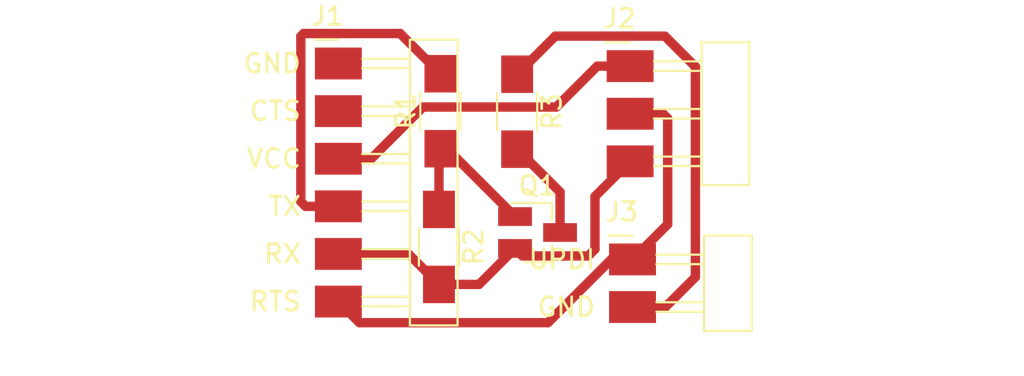
<source format=kicad_pcb>
(kicad_pcb (version 20171130) (host pcbnew "(5.1.10-1-10_14)")

  (general
    (thickness 1.6)
    (drawings 0)
    (tracks 42)
    (zones 0)
    (modules 7)
    (nets 10)
  )

  (page A4)
  (layers
    (0 F.Cu signal)
    (31 B.Cu signal)
    (32 B.Adhes user)
    (33 F.Adhes user)
    (34 B.Paste user)
    (35 F.Paste user)
    (36 B.SilkS user)
    (37 F.SilkS user)
    (38 B.Mask user)
    (39 F.Mask user)
    (40 Dwgs.User user)
    (41 Cmts.User user)
    (42 Eco1.User user)
    (43 Eco2.User user)
    (44 Edge.Cuts user)
    (45 Margin user)
    (46 B.CrtYd user)
    (47 F.CrtYd user)
    (48 B.Fab user)
    (49 F.Fab user)
  )

  (setup
    (last_trace_width 0.5)
    (trace_clearance 0.5)
    (zone_clearance 0.508)
    (zone_45_only no)
    (trace_min 0.2)
    (via_size 0.8)
    (via_drill 0.4)
    (via_min_size 0.4)
    (via_min_drill 0.3)
    (uvia_size 0.3)
    (uvia_drill 0.1)
    (uvias_allowed no)
    (uvia_min_size 0.2)
    (uvia_min_drill 0.1)
    (edge_width 0.05)
    (segment_width 0.2)
    (pcb_text_width 0.3)
    (pcb_text_size 1.5 1.5)
    (mod_edge_width 0.12)
    (mod_text_size 1 1)
    (mod_text_width 0.15)
    (pad_size 1.524 1.524)
    (pad_drill 0.762)
    (pad_to_mask_clearance 0)
    (aux_axis_origin 0 0)
    (visible_elements FFFFFF7F)
    (pcbplotparams
      (layerselection 0x010fc_ffffffff)
      (usegerberextensions false)
      (usegerberattributes true)
      (usegerberadvancedattributes true)
      (creategerberjobfile true)
      (excludeedgelayer true)
      (linewidth 0.100000)
      (plotframeref false)
      (viasonmask false)
      (mode 1)
      (useauxorigin false)
      (hpglpennumber 1)
      (hpglpenspeed 20)
      (hpglpendiameter 15.000000)
      (psnegative false)
      (psa4output false)
      (plotreference true)
      (plotvalue true)
      (plotinvisibletext false)
      (padsonsilk false)
      (subtractmaskfromsilk false)
      (outputformat 1)
      (mirror false)
      (drillshape 1)
      (scaleselection 1)
      (outputdirectory ""))
  )

  (net 0 "")
  (net 1 /A05)
  (net 2 /A04)
  (net 3 /A03)
  (net 4 /A02)
  (net 5 GND)
  (net 6 +5V)
  (net 7 "Net-(J3-Pad2)")
  (net 8 "Net-(Q1-Pad3)")
  (net 9 "Net-(Q1-Pad1)")

  (net_class Default "This is the default net class."
    (clearance 0.5)
    (trace_width 0.5)
    (via_dia 0.8)
    (via_drill 0.4)
    (uvia_dia 0.3)
    (uvia_drill 0.1)
    (add_net +5V)
    (add_net /A02)
    (add_net /A03)
    (add_net /A04)
    (add_net /A05)
    (add_net GND)
    (add_net "Net-(J3-Pad2)")
    (add_net "Net-(Q1-Pad1)")
    (add_net "Net-(Q1-Pad3)")
  )

  (module fab:PinHeader_UPDI_01x02_P2.54mm_Horizontal_SMD (layer F.Cu) (tedit 60851B04) (tstamp 61941CEE)
    (at 193.0146 134.8486)
    (descr https://s3.amazonaws.com/catalogspreads-pdf/PAGE112-113%20.100%20MALE%20HDR.pdf)
    (tags "horizontal pin header SMD 2.54mm")
    (path /619A8360)
    (attr smd)
    (fp_text reference J3 (at -1.524 -2.54 180) (layer F.SilkS)
      (effects (font (size 1 1) (thickness 0.15)) (justify left))
    )
    (fp_text value Conn_PinHeader_1x02_P2.54mm_Horizontal_SMD (at 2.1 5.4) (layer F.Fab)
      (effects (font (size 1 1) (thickness 0.15)))
    )
    (fp_line (start -0.635 2.286) (end -0.635 2.794) (layer F.Fab) (width 0.1))
    (fp_line (start -0.635 -0.254) (end -0.635 0.254) (layer F.Fab) (width 0.1))
    (fp_line (start 3.81 2.794) (end 1.27 2.794) (layer F.SilkS) (width 0.12))
    (fp_line (start 3.81 2.286) (end 1.27 2.286) (layer F.SilkS) (width 0.12))
    (fp_line (start 3.81 0.254) (end 1.27 0.254) (layer F.SilkS) (width 0.12))
    (fp_line (start 3.81 -0.254) (end 1.27 -0.254) (layer F.SilkS) (width 0.12))
    (fp_line (start 3.81 3.81) (end 3.81 -1.27) (layer F.SilkS) (width 0.12))
    (fp_line (start 6.35 3.81) (end 3.81 3.81) (layer F.SilkS) (width 0.12))
    (fp_line (start 6.35 -1.27) (end 6.35 3.81) (layer F.SilkS) (width 0.12))
    (fp_line (start 3.81 -1.27) (end 6.35 -1.27) (layer F.SilkS) (width 0.12))
    (fp_line (start 3.81 2.54) (end -0.635 2.54) (layer F.Fab) (width 0.1))
    (fp_line (start 3.81 0) (end -0.635 0) (layer F.Fab) (width 0.1))
    (fp_line (start 6.34 -1.27) (end 6.35 3.81) (layer F.Fab) (width 0.1))
    (fp_line (start 3.8 3.81) (end 6.35 3.81) (layer F.Fab) (width 0.1))
    (fp_line (start 3.8 -1.27) (end 6.34 -1.27) (layer F.Fab) (width 0.1))
    (fp_line (start 3.81 3.81) (end 3.8 -1.27) (layer F.Fab) (width 0.1))
    (fp_line (start -1.27 -1.27) (end 0 -1.27) (layer F.SilkS) (width 0.12))
    (fp_line (start -1.8 -1.8) (end -1.8 4.3) (layer F.CrtYd) (width 0.05))
    (fp_line (start -1.8 4.3) (end 6.4 4.3) (layer F.CrtYd) (width 0.05))
    (fp_line (start 6.4 4.3) (end 6.4 -1.8) (layer F.CrtYd) (width 0.05))
    (fp_line (start 6.4 -1.8) (end -1.8 -1.8) (layer F.CrtYd) (width 0.05))
    (fp_text user %R (at 2.54 1.27 90) (layer F.Fab)
      (effects (font (size 1 1) (thickness 0.15)))
    )
    (fp_text user UPDI (at -1.905 0) (layer F.SilkS)
      (effects (font (size 1 1) (thickness 0.15)) (justify right))
    )
    (fp_text user GND (at -1.905 2.54) (layer F.SilkS)
      (effects (font (size 1 1) (thickness 0.15)) (justify right))
    )
    (pad 1 smd rect (at 0 0) (size 2.5 1.7) (layers F.Cu F.Paste F.Mask)
      (net 6 +5V))
    (pad 2 smd rect (at 0 2.54) (size 2.5 1.7) (layers F.Cu F.Paste F.Mask)
      (net 7 "Net-(J3-Pad2)"))
    (model ${FAB}/fab.3dshapes/Header_SMD_01x02_P2.54mm_Horizontal_Male.step
      (at (xyz 0 0 0))
      (scale (xyz 1 1 1))
      (rotate (xyz 0 0 0))
    )
  )

  (module fab:PinHeader_FTDI_01x06_P2.54mm_Horizontal_SMD (layer F.Cu) (tedit 60851AE4) (tstamp 619423E3)
    (at 177.3428 124.3965)
    (descr https://s3.amazonaws.com/catalogspreads-pdf/PAGE112-113%20.100%20MALE%20HDR.pdf)
    (tags "horizontal pin header SMD 2.54mm")
    (path /619A5403)
    (attr smd)
    (fp_text reference J1 (at -1.524 -2.54 180) (layer F.SilkS)
      (effects (font (size 1 1) (thickness 0.15)) (justify left))
    )
    (fp_text value Conn_PinHeader_FTDI_1x06_P2.54mm_Horizontal_SMD (at 2.286 15.621) (layer F.Fab)
      (effects (font (size 1 1) (thickness 0.15)))
    )
    (fp_line (start -0.635 12.446) (end -0.635 12.954) (layer F.Fab) (width 0.1))
    (fp_line (start -0.635 9.906) (end -0.635 10.414) (layer F.Fab) (width 0.1))
    (fp_line (start -0.635 7.366) (end -0.635 7.874) (layer F.Fab) (width 0.1))
    (fp_line (start -0.635 4.826) (end -0.635 5.334) (layer F.Fab) (width 0.1))
    (fp_line (start -0.635 2.286) (end -0.635 2.794) (layer F.Fab) (width 0.1))
    (fp_line (start -0.635 -0.254) (end -0.635 0.254) (layer F.Fab) (width 0.1))
    (fp_line (start 3.81 12.954) (end 1.27 12.954) (layer F.SilkS) (width 0.12))
    (fp_line (start 3.81 12.446) (end 1.27 12.446) (layer F.SilkS) (width 0.12))
    (fp_line (start 3.81 10.414) (end 1.27 10.414) (layer F.SilkS) (width 0.12))
    (fp_line (start 3.81 9.906) (end 1.27 9.906) (layer F.SilkS) (width 0.12))
    (fp_line (start 3.81 7.874) (end 1.27 7.874) (layer F.SilkS) (width 0.12))
    (fp_line (start 3.81 7.366) (end 1.27 7.366) (layer F.SilkS) (width 0.12))
    (fp_line (start 3.81 5.334) (end 1.27 5.334) (layer F.SilkS) (width 0.12))
    (fp_line (start 3.81 4.826) (end 1.27 4.826) (layer F.SilkS) (width 0.12))
    (fp_line (start 3.81 2.794) (end 1.27 2.794) (layer F.SilkS) (width 0.12))
    (fp_line (start 3.81 2.286) (end 1.27 2.286) (layer F.SilkS) (width 0.12))
    (fp_line (start 3.81 0.254) (end 1.27 0.254) (layer F.SilkS) (width 0.12))
    (fp_line (start 3.81 -0.254) (end 1.27 -0.254) (layer F.SilkS) (width 0.12))
    (fp_line (start 3.81 13.97) (end 3.81 -1.27) (layer F.SilkS) (width 0.12))
    (fp_line (start 6.35 13.97) (end 3.81 13.97) (layer F.SilkS) (width 0.12))
    (fp_line (start 6.35 -1.27) (end 6.35 13.97) (layer F.SilkS) (width 0.12))
    (fp_line (start 3.81 -1.27) (end 6.35 -1.27) (layer F.SilkS) (width 0.12))
    (fp_line (start 3.81 12.7) (end -0.635 12.7) (layer F.Fab) (width 0.1))
    (fp_line (start 3.81 10.16) (end -0.635 10.16) (layer F.Fab) (width 0.1))
    (fp_line (start 3.81 7.62) (end -0.635 7.62) (layer F.Fab) (width 0.1))
    (fp_line (start 3.81 5.08) (end -0.635 5.08) (layer F.Fab) (width 0.1))
    (fp_line (start 3.81 2.54) (end -0.635 2.54) (layer F.Fab) (width 0.1))
    (fp_line (start 3.81 0) (end -0.635 0) (layer F.Fab) (width 0.1))
    (fp_line (start 6.34 -1.27) (end 6.35 13.97) (layer F.Fab) (width 0.1))
    (fp_line (start 3.8 13.97) (end 6.35 13.97) (layer F.Fab) (width 0.1))
    (fp_line (start 3.8 -1.27) (end 6.34 -1.27) (layer F.Fab) (width 0.1))
    (fp_line (start 3.8 13.97) (end 3.8 -1.27) (layer F.Fab) (width 0.1))
    (fp_line (start -1.27 -1.27) (end 0 -1.27) (layer F.SilkS) (width 0.12))
    (fp_line (start -1.8 -1.8) (end -1.8 14.5) (layer F.CrtYd) (width 0.05))
    (fp_line (start -1.8 14.5) (end 6.4 14.5) (layer F.CrtYd) (width 0.05))
    (fp_line (start 6.4 14.5) (end 6.4 -1.8) (layer F.CrtYd) (width 0.05))
    (fp_line (start 6.4 -1.8) (end -1.8 -1.8) (layer F.CrtYd) (width 0.05))
    (fp_text user %R (at 2.6 6.1 90) (layer F.Fab)
      (effects (font (size 1 1) (thickness 0.15)))
    )
    (fp_text user GND (at -1.905 0) (layer F.SilkS)
      (effects (font (size 1 1) (thickness 0.15)) (justify right))
    )
    (fp_text user CTS (at -1.905 2.54) (layer F.SilkS)
      (effects (font (size 1 1) (thickness 0.15)) (justify right))
    )
    (fp_text user VCC (at -1.905 5.08) (layer F.SilkS)
      (effects (font (size 1 1) (thickness 0.15)) (justify right))
    )
    (fp_text user TX (at -1.905 7.62) (layer F.SilkS)
      (effects (font (size 1 1) (thickness 0.15)) (justify right))
    )
    (fp_text user RX (at -1.905 10.16) (layer F.SilkS)
      (effects (font (size 1 1) (thickness 0.15)) (justify right))
    )
    (fp_text user RTS (at -1.905 12.7) (layer F.SilkS)
      (effects (font (size 1 1) (thickness 0.15)) (justify right))
    )
    (pad 1 smd rect (at 0 0) (size 2.5 1.7) (layers F.Cu F.Paste F.Mask)
      (net 1 /A05))
    (pad 2 smd rect (at 0 2.54) (size 2.5 1.7) (layers F.Cu F.Paste F.Mask)
      (net 2 /A04))
    (pad 3 smd rect (at 0 5.08) (size 2.5 1.7) (layers F.Cu F.Paste F.Mask)
      (net 3 /A03))
    (pad 4 smd rect (at 0 7.62) (size 2.5 1.7) (layers F.Cu F.Paste F.Mask)
      (net 4 /A02))
    (pad 5 smd rect (at 0 10.16) (size 2.5 1.7) (layers F.Cu F.Paste F.Mask)
      (net 5 GND))
    (pad 6 smd rect (at 0 12.7) (size 2.5 1.7) (layers F.Cu F.Paste F.Mask)
      (net 6 +5V))
    (model ${FAB}/fab.3dshapes/Header_SMD_01x06_P2.54mm_Horizontal_Male.step
      (at (xyz 0 0 0))
      (scale (xyz 1 1 1))
      (rotate (xyz 0 0 0))
    )
  )

  (module fab:PinHeader_1x03_P2.54mm_Horizontal_SMD (layer F.Cu) (tedit 60851908) (tstamp 619410EF)
    (at 192.8876 124.5362)
    (descr https://s3.amazonaws.com/catalogspreads-pdf/PAGE112-113%20.100%20MALE%20HDR.pdf)
    (tags "horizontal pin header SMD 2.54mm")
    (path /619AD5DD)
    (attr smd)
    (fp_text reference J2 (at -1.524 -2.54 180) (layer F.SilkS)
      (effects (font (size 1 1) (thickness 0.15)) (justify left))
    )
    (fp_text value Conn_PinHeader_1x03_P2.54mm_Horizontal_SMD (at 2.6 8.3) (layer F.Fab)
      (effects (font (size 1 1) (thickness 0.15)))
    )
    (fp_line (start 6.4 -1.8) (end -1.8 -1.8) (layer F.CrtYd) (width 0.05))
    (fp_line (start 6.4 6.9) (end 6.4 -1.8) (layer F.CrtYd) (width 0.05))
    (fp_line (start -1.8 6.9) (end 6.4 6.9) (layer F.CrtYd) (width 0.05))
    (fp_line (start -1.8 -1.8) (end -1.8 6.9) (layer F.CrtYd) (width 0.05))
    (fp_line (start -1.27 -1.27) (end 0 -1.27) (layer F.SilkS) (width 0.12))
    (fp_line (start 3.81 6.35) (end 3.8 -1.27) (layer F.Fab) (width 0.1))
    (fp_line (start 3.8 -1.27) (end 6.34 -1.27) (layer F.Fab) (width 0.1))
    (fp_line (start 3.8 6.35) (end 6.35 6.35) (layer F.Fab) (width 0.1))
    (fp_line (start 6.34 -1.27) (end 6.35 6.35) (layer F.Fab) (width 0.1))
    (fp_line (start 3.81 0) (end -0.635 0) (layer F.Fab) (width 0.1))
    (fp_line (start 3.81 2.54) (end -0.635 2.54) (layer F.Fab) (width 0.1))
    (fp_line (start 3.81 5.08) (end -0.635 5.08) (layer F.Fab) (width 0.1))
    (fp_line (start 3.81 -1.27) (end 6.35 -1.27) (layer F.SilkS) (width 0.12))
    (fp_line (start 6.35 -1.27) (end 6.35 6.35) (layer F.SilkS) (width 0.12))
    (fp_line (start 6.35 6.35) (end 3.81 6.35) (layer F.SilkS) (width 0.12))
    (fp_line (start 3.81 6.35) (end 3.81 -1.27) (layer F.SilkS) (width 0.12))
    (fp_line (start 3.81 -0.254) (end 1.27 -0.254) (layer F.SilkS) (width 0.12))
    (fp_line (start 3.81 0.254) (end 1.27 0.254) (layer F.SilkS) (width 0.12))
    (fp_line (start 3.81 2.286) (end 1.27 2.286) (layer F.SilkS) (width 0.12))
    (fp_line (start 3.81 2.794) (end 1.27 2.794) (layer F.SilkS) (width 0.12))
    (fp_line (start 3.81 4.826) (end 1.27 4.826) (layer F.SilkS) (width 0.12))
    (fp_line (start 3.81 5.334) (end 1.27 5.334) (layer F.SilkS) (width 0.12))
    (fp_line (start -0.635 -0.254) (end -0.635 0.254) (layer F.Fab) (width 0.1))
    (fp_line (start -0.635 2.286) (end -0.635 2.794) (layer F.Fab) (width 0.1))
    (fp_line (start -0.635 4.826) (end -0.635 5.334) (layer F.Fab) (width 0.1))
    (fp_text user %R (at 2.4 2.6 90) (layer F.Fab)
      (effects (font (size 1 1) (thickness 0.15)))
    )
    (pad 1 smd rect (at 0 0) (size 2.5 1.7) (layers F.Cu F.Paste F.Mask)
      (net 3 /A03))
    (pad 2 smd rect (at 0 2.54) (size 2.5 1.7) (layers F.Cu F.Paste F.Mask)
      (net 6 +5V))
    (pad 3 smd rect (at 0 5.08) (size 2.5 1.7) (layers F.Cu F.Paste F.Mask)
      (net 5 GND))
    (model "$(FAB)/fab.3dshapes/Header_SMD_01x03_P2.54mm_Horizontal_Male.step"
      (at (xyz 0 0 0))
      (scale (xyz 1 1 1))
      (rotate (xyz 0 0 0))
    )
  )

  (module fab:SOT-23 (layer F.Cu) (tedit 60A7B52C) (tstamp 61941122)
    (at 187.9538 133.4135)
    (descr "SOT-23, Standard")
    (tags SOT-23)
    (path /619A6C3A)
    (attr smd)
    (fp_text reference Q1 (at 0 -2.5) (layer F.SilkS)
      (effects (font (size 1 1) (thickness 0.15)))
    )
    (fp_text value MOSFET_N-CH_30V_1.7A (at 0 2.5) (layer F.Fab)
      (effects (font (size 1 1) (thickness 0.15)))
    )
    (fp_line (start 0.76 1.58) (end -0.7 1.58) (layer F.SilkS) (width 0.12))
    (fp_line (start 0.76 -1.58) (end -1.4 -1.58) (layer F.SilkS) (width 0.12))
    (fp_line (start -2.2 1.75) (end -2.2 -1.75) (layer F.CrtYd) (width 0.05))
    (fp_line (start 2.2 1.75) (end -2.2 1.75) (layer F.CrtYd) (width 0.05))
    (fp_line (start 2.2 -1.75) (end 2.2 1.75) (layer F.CrtYd) (width 0.05))
    (fp_line (start -2.2 -1.75) (end 2.2 -1.75) (layer F.CrtYd) (width 0.05))
    (fp_line (start 0.76 -1.58) (end 0.76 -0.65) (layer F.SilkS) (width 0.12))
    (fp_line (start 0.76 1.58) (end 0.76 0.65) (layer F.SilkS) (width 0.12))
    (fp_line (start -0.7 1.52) (end 0.7 1.52) (layer F.Fab) (width 0.1))
    (fp_line (start 0.7 -1.52) (end 0.7 1.52) (layer F.Fab) (width 0.1))
    (fp_line (start -0.7 -0.95) (end -0.15 -1.52) (layer F.Fab) (width 0.1))
    (fp_line (start -0.15 -1.52) (end 0.7 -1.52) (layer F.Fab) (width 0.1))
    (fp_line (start -0.7 -0.95) (end -0.7 1.5) (layer F.Fab) (width 0.1))
    (fp_text user %R (at 0 0 90) (layer F.Fab)
      (effects (font (size 0.5 0.5) (thickness 0.075)))
    )
    (pad 3 smd rect (at 1.2 0) (size 1.8 1) (layers F.Cu F.Paste F.Mask)
      (net 8 "Net-(Q1-Pad3)"))
    (pad 2 smd rect (at -1.2 0.85) (size 1.8 1) (layers F.Cu F.Paste F.Mask)
      (net 5 GND))
    (pad 1 smd rect (at -1.2 -0.85) (size 1.8 1) (layers F.Cu F.Paste F.Mask)
      (net 9 "Net-(Q1-Pad1)"))
    (model ${KISYS3DMOD}/TO_SOT_Packages_SMD.3dshapes/SOT-23.wrl
      (at (xyz 0 0 0))
      (scale (xyz 1 1 1))
      (rotate (xyz 0 0 0))
    )
  )

  (module fab:R_1206 (layer F.Cu) (tedit 60020482) (tstamp 61941133)
    (at 182.7784 126.9426 90)
    (descr "Resistor SMD 1206, hand soldering")
    (tags "resistor 1206")
    (path /619AB5CD)
    (attr smd)
    (fp_text reference R1 (at 0 -1.85 90) (layer F.SilkS)
      (effects (font (size 1 1) (thickness 0.15)))
    )
    (fp_text value R (at 0 1.9 90) (layer F.Fab)
      (effects (font (size 1 1) (thickness 0.15)))
    )
    (fp_line (start 3.25 1.1) (end -3.25 1.1) (layer F.CrtYd) (width 0.05))
    (fp_line (start 3.25 1.1) (end 3.25 -1.11) (layer F.CrtYd) (width 0.05))
    (fp_line (start -3.25 -1.11) (end -3.25 1.1) (layer F.CrtYd) (width 0.05))
    (fp_line (start -3.25 -1.11) (end 3.25 -1.11) (layer F.CrtYd) (width 0.05))
    (fp_line (start -1 -1.07) (end 1 -1.07) (layer F.SilkS) (width 0.12))
    (fp_line (start 1 1.07) (end -1 1.07) (layer F.SilkS) (width 0.12))
    (fp_line (start -1.6 -0.8) (end 1.6 -0.8) (layer F.Fab) (width 0.1))
    (fp_line (start 1.6 -0.8) (end 1.6 0.8) (layer F.Fab) (width 0.1))
    (fp_line (start 1.6 0.8) (end -1.6 0.8) (layer F.Fab) (width 0.1))
    (fp_line (start -1.6 0.8) (end -1.6 -0.8) (layer F.Fab) (width 0.1))
    (fp_text user %R (at 0 0 90) (layer F.Fab)
      (effects (font (size 0.7 0.7) (thickness 0.105)))
    )
    (pad 2 smd rect (at 2 0 90) (size 2 1.7) (layers F.Cu F.Paste F.Mask)
      (net 4 /A02))
    (pad 1 smd rect (at -2 0 90) (size 2 1.7) (layers F.Cu F.Paste F.Mask)
      (net 9 "Net-(Q1-Pad1)"))
    (model ${FAB}/fab.3dshapes/R_1206.step
      (at (xyz 0 0 0))
      (scale (xyz 1 1 1))
      (rotate (xyz 0 0 0))
    )
  )

  (module fab:R_1206 (layer F.Cu) (tedit 60020482) (tstamp 61941144)
    (at 182.7022 134.1821 270)
    (descr "Resistor SMD 1206, hand soldering")
    (tags "resistor 1206")
    (path /619AA656)
    (attr smd)
    (fp_text reference R2 (at 0 -1.85 90) (layer F.SilkS)
      (effects (font (size 1 1) (thickness 0.15)))
    )
    (fp_text value R (at 0 1.9 90) (layer F.Fab)
      (effects (font (size 1 1) (thickness 0.15)))
    )
    (fp_text user %R (at 0 0 90) (layer F.Fab)
      (effects (font (size 0.7 0.7) (thickness 0.105)))
    )
    (fp_line (start -1.6 0.8) (end -1.6 -0.8) (layer F.Fab) (width 0.1))
    (fp_line (start 1.6 0.8) (end -1.6 0.8) (layer F.Fab) (width 0.1))
    (fp_line (start 1.6 -0.8) (end 1.6 0.8) (layer F.Fab) (width 0.1))
    (fp_line (start -1.6 -0.8) (end 1.6 -0.8) (layer F.Fab) (width 0.1))
    (fp_line (start 1 1.07) (end -1 1.07) (layer F.SilkS) (width 0.12))
    (fp_line (start -1 -1.07) (end 1 -1.07) (layer F.SilkS) (width 0.12))
    (fp_line (start -3.25 -1.11) (end 3.25 -1.11) (layer F.CrtYd) (width 0.05))
    (fp_line (start -3.25 -1.11) (end -3.25 1.1) (layer F.CrtYd) (width 0.05))
    (fp_line (start 3.25 1.1) (end 3.25 -1.11) (layer F.CrtYd) (width 0.05))
    (fp_line (start 3.25 1.1) (end -3.25 1.1) (layer F.CrtYd) (width 0.05))
    (pad 1 smd rect (at -2 0 270) (size 2 1.7) (layers F.Cu F.Paste F.Mask)
      (net 9 "Net-(Q1-Pad1)"))
    (pad 2 smd rect (at 2 0 270) (size 2 1.7) (layers F.Cu F.Paste F.Mask)
      (net 5 GND))
    (model ${FAB}/fab.3dshapes/R_1206.step
      (at (xyz 0 0 0))
      (scale (xyz 1 1 1))
      (rotate (xyz 0 0 0))
    )
  )

  (module fab:R_1206 (layer F.Cu) (tedit 60020482) (tstamp 61941155)
    (at 186.8678 126.9685 270)
    (descr "Resistor SMD 1206, hand soldering")
    (tags "resistor 1206")
    (path /619A90BA)
    (attr smd)
    (fp_text reference R3 (at 0 -1.85 90) (layer F.SilkS)
      (effects (font (size 1 1) (thickness 0.15)))
    )
    (fp_text value R (at 0 1.9 90) (layer F.Fab)
      (effects (font (size 1 1) (thickness 0.15)))
    )
    (fp_line (start 3.25 1.1) (end -3.25 1.1) (layer F.CrtYd) (width 0.05))
    (fp_line (start 3.25 1.1) (end 3.25 -1.11) (layer F.CrtYd) (width 0.05))
    (fp_line (start -3.25 -1.11) (end -3.25 1.1) (layer F.CrtYd) (width 0.05))
    (fp_line (start -3.25 -1.11) (end 3.25 -1.11) (layer F.CrtYd) (width 0.05))
    (fp_line (start -1 -1.07) (end 1 -1.07) (layer F.SilkS) (width 0.12))
    (fp_line (start 1 1.07) (end -1 1.07) (layer F.SilkS) (width 0.12))
    (fp_line (start -1.6 -0.8) (end 1.6 -0.8) (layer F.Fab) (width 0.1))
    (fp_line (start 1.6 -0.8) (end 1.6 0.8) (layer F.Fab) (width 0.1))
    (fp_line (start 1.6 0.8) (end -1.6 0.8) (layer F.Fab) (width 0.1))
    (fp_line (start -1.6 0.8) (end -1.6 -0.8) (layer F.Fab) (width 0.1))
    (fp_text user %R (at 0 0 90) (layer F.Fab)
      (effects (font (size 0.7 0.7) (thickness 0.105)))
    )
    (pad 2 smd rect (at 2 0 270) (size 2 1.7) (layers F.Cu F.Paste F.Mask)
      (net 8 "Net-(Q1-Pad3)"))
    (pad 1 smd rect (at -2 0 270) (size 2 1.7) (layers F.Cu F.Paste F.Mask)
      (net 7 "Net-(J3-Pad2)"))
    (model ${FAB}/fab.3dshapes/R_1206.step
      (at (xyz 0 0 0))
      (scale (xyz 1 1 1))
      (rotate (xyz 0 0 0))
    )
  )

  (segment (start 181.850799 126.718501) (end 188.955299 126.718501) (width 0.5) (layer F.Cu) (net 3))
  (segment (start 191.1376 124.5362) (end 192.8876 124.5362) (width 0.5) (layer F.Cu) (net 3))
  (segment (start 179.0928 129.4765) (end 181.850799 126.718501) (width 0.5) (layer F.Cu) (net 3))
  (segment (start 188.955299 126.718501) (end 191.1376 124.5362) (width 0.5) (layer F.Cu) (net 3))
  (segment (start 177.3428 129.4765) (end 179.0928 129.4765) (width 0.5) (layer F.Cu) (net 3))
  (segment (start 180.632299 122.796499) (end 182.7784 124.9426) (width 0.5) (layer F.Cu) (net 4))
  (segment (start 175.342799 122.946499) (end 175.492799 122.796499) (width 0.5) (layer F.Cu) (net 4))
  (segment (start 175.342799 131.766499) (end 175.342799 122.946499) (width 0.5) (layer F.Cu) (net 4))
  (segment (start 175.492799 122.796499) (end 180.632299 122.796499) (width 0.5) (layer F.Cu) (net 4))
  (segment (start 175.5928 132.0165) (end 175.342799 131.766499) (width 0.5) (layer F.Cu) (net 4))
  (segment (start 177.3428 132.0165) (end 175.5928 132.0165) (width 0.5) (layer F.Cu) (net 4))
  (segment (start 186.4608 134.5565) (end 186.7538 134.2635) (width 0.5) (layer F.Cu) (net 5))
  (segment (start 182.6895 132.4864) (end 182.6768 132.4737) (width 0.5) (layer F.Cu) (net 9))
  (segment (start 191.014599 131.489201) (end 192.8876 129.6162) (width 0.5) (layer F.Cu) (net 5))
  (segment (start 190.653801 134.663501) (end 191.014599 134.302703) (width 0.5) (layer F.Cu) (net 5))
  (segment (start 186.7538 134.2635) (end 187.153801 134.663501) (width 0.5) (layer F.Cu) (net 5))
  (segment (start 191.014599 134.302703) (end 191.014599 131.489201) (width 0.5) (layer F.Cu) (net 5))
  (segment (start 187.153801 134.663501) (end 190.653801 134.663501) (width 0.5) (layer F.Cu) (net 5))
  (segment (start 181.0766 134.5565) (end 182.7022 136.1821) (width 0.5) (layer F.Cu) (net 5))
  (segment (start 177.3428 134.5565) (end 181.0766 134.5565) (width 0.5) (layer F.Cu) (net 5))
  (segment (start 184.8352 136.1821) (end 186.7538 134.2635) (width 0.5) (layer F.Cu) (net 5))
  (segment (start 182.7022 136.1821) (end 184.8352 136.1821) (width 0.5) (layer F.Cu) (net 5))
  (segment (start 194.887601 127.326201) (end 194.887601 132.975599) (width 0.5) (layer F.Cu) (net 6))
  (segment (start 194.6376 127.0762) (end 194.887601 127.326201) (width 0.5) (layer F.Cu) (net 6))
  (segment (start 192.8876 127.0762) (end 194.6376 127.0762) (width 0.5) (layer F.Cu) (net 6))
  (segment (start 194.887601 132.975599) (end 193.0146 134.8486) (width 0.5) (layer F.Cu) (net 6))
  (segment (start 193.0146 134.8486) (end 191.882931 134.8486) (width 0.5) (layer F.Cu) (net 6))
  (segment (start 191.882931 134.8486) (end 188.50783 138.223701) (width 0.5) (layer F.Cu) (net 6))
  (segment (start 188.50783 138.223701) (end 178.470001 138.223701) (width 0.5) (layer F.Cu) (net 6))
  (segment (start 178.470001 138.223701) (end 177.3428 137.0965) (width 0.5) (layer F.Cu) (net 6))
  (segment (start 188.900101 122.936199) (end 194.737601 122.936199) (width 0.5) (layer F.Cu) (net 7))
  (segment (start 196.36411 135.78909) (end 194.7646 137.3886) (width 0.5) (layer F.Cu) (net 7))
  (segment (start 196.36411 124.562708) (end 196.36411 135.78909) (width 0.5) (layer F.Cu) (net 7))
  (segment (start 186.8678 124.9685) (end 188.900101 122.936199) (width 0.5) (layer F.Cu) (net 7))
  (segment (start 194.737601 122.936199) (end 196.36411 124.562708) (width 0.5) (layer F.Cu) (net 7))
  (segment (start 194.7646 137.3886) (end 193.0146 137.3886) (width 0.5) (layer F.Cu) (net 7))
  (segment (start 189.1538 131.2545) (end 186.8678 128.9685) (width 0.5) (layer F.Cu) (net 8))
  (segment (start 189.1538 133.4135) (end 189.1538 131.2545) (width 0.5) (layer F.Cu) (net 8))
  (segment (start 183.1329 128.9426) (end 186.7538 132.5635) (width 0.5) (layer F.Cu) (net 9))
  (segment (start 182.7784 128.9426) (end 183.1329 128.9426) (width 0.5) (layer F.Cu) (net 9))
  (segment (start 182.7022 129.0188) (end 182.7784 128.9426) (width 0.5) (layer F.Cu) (net 9))
  (segment (start 182.7022 132.1821) (end 182.7022 129.0188) (width 0.5) (layer F.Cu) (net 9))

)

</source>
